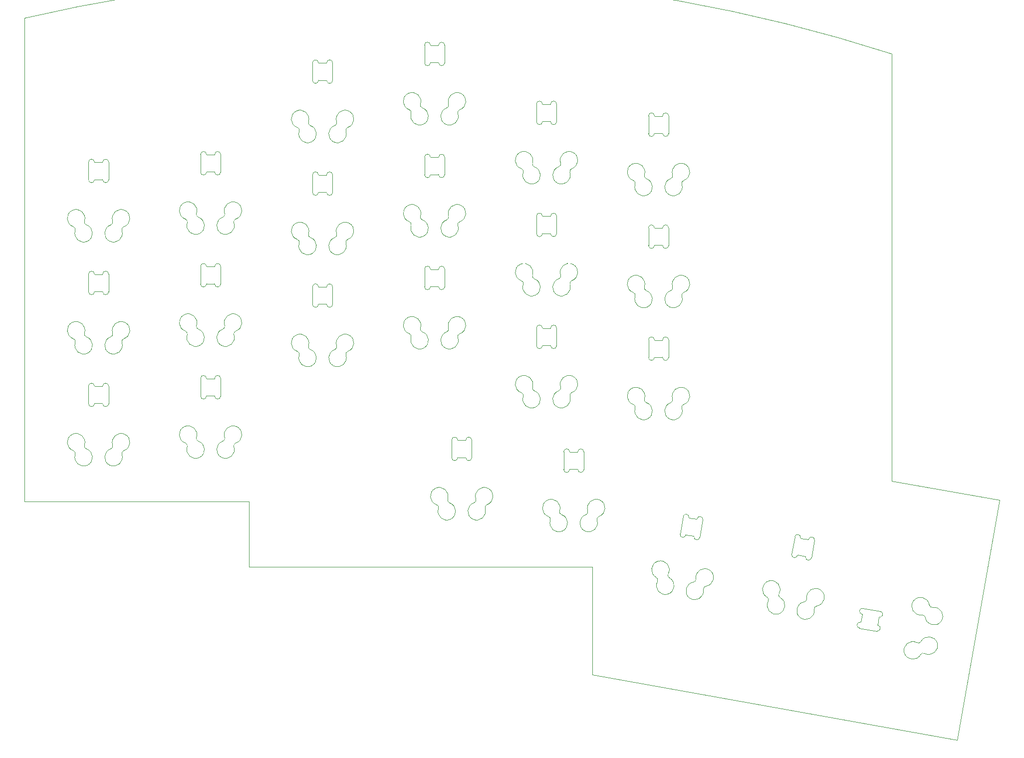
<source format=gbr>
%TF.GenerationSoftware,KiCad,Pcbnew,5.1.9*%
%TF.CreationDate,2021-05-15T18:24:56-05:00*%
%TF.ProjectId,nightwing,6e696768-7477-4696-9e67-2e6b69636164,rev?*%
%TF.SameCoordinates,Original*%
%TF.FileFunction,Profile,NP*%
%FSLAX46Y46*%
G04 Gerber Fmt 4.6, Leading zero omitted, Abs format (unit mm)*
G04 Created by KiCad (PCBNEW 5.1.9) date 2021-05-15 18:24:56*
%MOMM*%
%LPD*%
G01*
G04 APERTURE LIST*
%TA.AperFunction,Profile*%
%ADD10C,0.050000*%
%TD*%
%TA.AperFunction,Profile*%
%ADD11C,0.100000*%
%TD*%
G04 APERTURE END LIST*
D10*
X158790122Y-17985593D02*
X158790000Y-90450000D01*
X49750000Y-105000000D02*
X49750000Y-93950000D01*
X108000000Y-105000000D02*
X108000000Y-123270000D01*
X11660000Y-93950000D02*
X11660000Y-11930000D01*
D11*
X108000000Y-105000000D02*
X49750000Y-105000000D01*
D10*
X49750000Y-93950000D02*
X11660000Y-93950000D01*
X158790000Y-90450000D02*
X177070000Y-93680000D01*
X177070000Y-93680000D02*
X169900000Y-134360000D01*
X158790122Y-17985593D02*
G75*
G03*
X11660000Y-11930000I-84480762J-262186278D01*
G01*
X169900000Y-134360000D02*
X108000000Y-123270000D01*
D11*
%TO.C,SW1*%
X19947419Y-47306134D02*
G75*
G02*
X21836000Y-46361000I467581J1425134D01*
G01*
X20263920Y-47941241D02*
G75*
G03*
X19947419Y-47306135I-473920J160241D01*
G01*
X22154142Y-46996378D02*
G75*
G02*
X21836000Y-46361000I155858J475378D01*
G01*
X22154141Y-46996379D02*
G75*
G02*
X20263920Y-47941241I-469141J-1424621D01*
G01*
X28502581Y-47306134D02*
G75*
G03*
X26614000Y-46361000I-467581J1425134D01*
G01*
X26295858Y-46996378D02*
G75*
G03*
X26614000Y-46361000I-155858J475378D01*
G01*
X28186080Y-47941241D02*
G75*
G02*
X28502581Y-47306135I473920J160241D01*
G01*
X26295859Y-46996379D02*
G75*
G03*
X28186080Y-47941241I469141J-1424621D01*
G01*
%TO.C,SW2*%
X38947419Y-46006134D02*
G75*
G02*
X40836000Y-45061000I467581J1425134D01*
G01*
X39263920Y-46641241D02*
G75*
G03*
X38947419Y-46006135I-473920J160241D01*
G01*
X41154142Y-45696378D02*
G75*
G02*
X40836000Y-45061000I155858J475378D01*
G01*
X41154141Y-45696379D02*
G75*
G02*
X39263920Y-46641241I-469141J-1424621D01*
G01*
X47502581Y-46006134D02*
G75*
G03*
X45614000Y-45061000I-467581J1425134D01*
G01*
X45295858Y-45696378D02*
G75*
G03*
X45614000Y-45061000I-155858J475378D01*
G01*
X47186080Y-46641241D02*
G75*
G02*
X47502581Y-46006135I473920J160241D01*
G01*
X45295859Y-45696379D02*
G75*
G03*
X47186080Y-46641241I469141J-1424621D01*
G01*
%TO.C,SW3*%
X57947419Y-30456134D02*
G75*
G02*
X59836000Y-29511000I467581J1425134D01*
G01*
X58263920Y-31091241D02*
G75*
G03*
X57947419Y-30456135I-473920J160241D01*
G01*
X60154142Y-30146378D02*
G75*
G02*
X59836000Y-29511000I155858J475378D01*
G01*
X60154141Y-30146379D02*
G75*
G02*
X58263920Y-31091241I-469141J-1424621D01*
G01*
X66502581Y-30456134D02*
G75*
G03*
X64614000Y-29511000I-467581J1425134D01*
G01*
X64295858Y-30146378D02*
G75*
G03*
X64614000Y-29511000I-155858J475378D01*
G01*
X66186080Y-31091241D02*
G75*
G02*
X66502581Y-30456135I473920J160241D01*
G01*
X64295859Y-30146379D02*
G75*
G03*
X66186080Y-31091241I469141J-1424621D01*
G01*
%TO.C,SW4*%
X76947419Y-27456134D02*
G75*
G02*
X78836000Y-26511000I467581J1425134D01*
G01*
X77263920Y-28091241D02*
G75*
G03*
X76947419Y-27456135I-473920J160241D01*
G01*
X79154142Y-27146378D02*
G75*
G02*
X78836000Y-26511000I155858J475378D01*
G01*
X79154141Y-27146379D02*
G75*
G02*
X77263920Y-28091241I-469141J-1424621D01*
G01*
X85502581Y-27456134D02*
G75*
G03*
X83614000Y-26511000I-467581J1425134D01*
G01*
X83295858Y-27146378D02*
G75*
G03*
X83614000Y-26511000I-155858J475378D01*
G01*
X85186080Y-28091241D02*
G75*
G02*
X85502581Y-27456135I473920J160241D01*
G01*
X83295859Y-27146379D02*
G75*
G03*
X85186080Y-28091241I469141J-1424621D01*
G01*
%TO.C,SW5*%
X95947419Y-37456134D02*
G75*
G02*
X97836000Y-36511000I467581J1425134D01*
G01*
X96263920Y-38091241D02*
G75*
G03*
X95947419Y-37456135I-473920J160241D01*
G01*
X98154142Y-37146378D02*
G75*
G02*
X97836000Y-36511000I155858J475378D01*
G01*
X98154141Y-37146379D02*
G75*
G02*
X96263920Y-38091241I-469141J-1424621D01*
G01*
X104502581Y-37456134D02*
G75*
G03*
X102614000Y-36511000I-467581J1425134D01*
G01*
X102295858Y-37146378D02*
G75*
G03*
X102614000Y-36511000I-155858J475378D01*
G01*
X104186080Y-38091241D02*
G75*
G02*
X104502581Y-37456135I473920J160241D01*
G01*
X102295859Y-37146379D02*
G75*
G03*
X104186080Y-38091241I469141J-1424621D01*
G01*
%TO.C,SW6*%
X114947419Y-39456134D02*
G75*
G02*
X116836000Y-38511000I467581J1425134D01*
G01*
X115263920Y-40091241D02*
G75*
G03*
X114947419Y-39456135I-473920J160241D01*
G01*
X117154142Y-39146378D02*
G75*
G02*
X116836000Y-38511000I155858J475378D01*
G01*
X117154141Y-39146379D02*
G75*
G02*
X115263920Y-40091241I-469141J-1424621D01*
G01*
X123502581Y-39456134D02*
G75*
G03*
X121614000Y-38511000I-467581J1425134D01*
G01*
X121295858Y-39146378D02*
G75*
G03*
X121614000Y-38511000I-155858J475378D01*
G01*
X123186080Y-40091241D02*
G75*
G02*
X123502581Y-39456135I473920J160241D01*
G01*
X121295859Y-39146379D02*
G75*
G03*
X123186080Y-40091241I469141J-1424621D01*
G01*
%TO.C,SW7*%
X19947419Y-66306134D02*
G75*
G02*
X21836000Y-65361000I467581J1425134D01*
G01*
X20263920Y-66941241D02*
G75*
G03*
X19947419Y-66306135I-473920J160241D01*
G01*
X22154142Y-65996378D02*
G75*
G02*
X21836000Y-65361000I155858J475378D01*
G01*
X22154141Y-65996379D02*
G75*
G02*
X20263920Y-66941241I-469141J-1424621D01*
G01*
X28502581Y-66306134D02*
G75*
G03*
X26614000Y-65361000I-467581J1425134D01*
G01*
X26295858Y-65996378D02*
G75*
G03*
X26614000Y-65361000I-155858J475378D01*
G01*
X28186080Y-66941241D02*
G75*
G02*
X28502581Y-66306135I473920J160241D01*
G01*
X26295859Y-65996379D02*
G75*
G03*
X28186080Y-66941241I469141J-1424621D01*
G01*
%TO.C,SW8*%
X38947419Y-65006134D02*
G75*
G02*
X40836000Y-64061000I467581J1425134D01*
G01*
X39263920Y-65641241D02*
G75*
G03*
X38947419Y-65006135I-473920J160241D01*
G01*
X41154142Y-64696378D02*
G75*
G02*
X40836000Y-64061000I155858J475378D01*
G01*
X41154141Y-64696379D02*
G75*
G02*
X39263920Y-65641241I-469141J-1424621D01*
G01*
X47502581Y-65006134D02*
G75*
G03*
X45614000Y-64061000I-467581J1425134D01*
G01*
X45295858Y-64696378D02*
G75*
G03*
X45614000Y-64061000I-155858J475378D01*
G01*
X47186080Y-65641241D02*
G75*
G02*
X47502581Y-65006135I473920J160241D01*
G01*
X45295859Y-64696379D02*
G75*
G03*
X47186080Y-65641241I469141J-1424621D01*
G01*
%TO.C,SW9*%
X57947419Y-49456134D02*
G75*
G02*
X59836000Y-48511000I467581J1425134D01*
G01*
X58263920Y-50091241D02*
G75*
G03*
X57947419Y-49456135I-473920J160241D01*
G01*
X60154142Y-49146378D02*
G75*
G02*
X59836000Y-48511000I155858J475378D01*
G01*
X60154141Y-49146379D02*
G75*
G02*
X58263920Y-50091241I-469141J-1424621D01*
G01*
X66502581Y-49456134D02*
G75*
G03*
X64614000Y-48511000I-467581J1425134D01*
G01*
X64295858Y-49146378D02*
G75*
G03*
X64614000Y-48511000I-155858J475378D01*
G01*
X66186080Y-50091241D02*
G75*
G02*
X66502581Y-49456135I473920J160241D01*
G01*
X64295859Y-49146379D02*
G75*
G03*
X66186080Y-50091241I469141J-1424621D01*
G01*
%TO.C,SW10*%
X76947419Y-46456134D02*
G75*
G02*
X78836000Y-45511000I467581J1425134D01*
G01*
X77263920Y-47091241D02*
G75*
G03*
X76947419Y-46456135I-473920J160241D01*
G01*
X79154142Y-46146378D02*
G75*
G02*
X78836000Y-45511000I155858J475378D01*
G01*
X79154141Y-46146379D02*
G75*
G02*
X77263920Y-47091241I-469141J-1424621D01*
G01*
X85502581Y-46456134D02*
G75*
G03*
X83614000Y-45511000I-467581J1425134D01*
G01*
X83295858Y-46146378D02*
G75*
G03*
X83614000Y-45511000I-155858J475378D01*
G01*
X85186080Y-47091241D02*
G75*
G02*
X85502581Y-46456135I473920J160241D01*
G01*
X83295859Y-46146379D02*
G75*
G03*
X85186080Y-47091241I469141J-1424621D01*
G01*
%TO.C,SW11*%
X95947419Y-56456134D02*
G75*
G02*
X97836000Y-55511000I467581J1425134D01*
G01*
X96263920Y-57091241D02*
G75*
G03*
X95947419Y-56456135I-473920J160241D01*
G01*
X98154142Y-56146378D02*
G75*
G02*
X97836000Y-55511000I155858J475378D01*
G01*
X98154141Y-56146379D02*
G75*
G02*
X96263920Y-57091241I-469141J-1424621D01*
G01*
X104502581Y-56456134D02*
G75*
G03*
X102614000Y-55511000I-467581J1425134D01*
G01*
X102295858Y-56146378D02*
G75*
G03*
X102614000Y-55511000I-155858J475378D01*
G01*
X104186080Y-57091241D02*
G75*
G02*
X104502581Y-56456135I473920J160241D01*
G01*
X102295859Y-56146379D02*
G75*
G03*
X104186080Y-57091241I469141J-1424621D01*
G01*
%TO.C,SW12*%
X114947419Y-58456134D02*
G75*
G02*
X116836000Y-57511000I467581J1425134D01*
G01*
X115263920Y-59091241D02*
G75*
G03*
X114947419Y-58456135I-473920J160241D01*
G01*
X117154142Y-58146378D02*
G75*
G02*
X116836000Y-57511000I155858J475378D01*
G01*
X117154141Y-58146379D02*
G75*
G02*
X115263920Y-59091241I-469141J-1424621D01*
G01*
X123502581Y-58456134D02*
G75*
G03*
X121614000Y-57511000I-467581J1425134D01*
G01*
X121295858Y-58146378D02*
G75*
G03*
X121614000Y-57511000I-155858J475378D01*
G01*
X123186080Y-59091241D02*
G75*
G02*
X123502581Y-58456135I473920J160241D01*
G01*
X121295859Y-58146379D02*
G75*
G03*
X123186080Y-59091241I469141J-1424621D01*
G01*
%TO.C,SW13*%
X19947419Y-85306134D02*
G75*
G02*
X21836000Y-84361000I467581J1425134D01*
G01*
X20263920Y-85941241D02*
G75*
G03*
X19947419Y-85306135I-473920J160241D01*
G01*
X22154142Y-84996378D02*
G75*
G02*
X21836000Y-84361000I155858J475378D01*
G01*
X22154141Y-84996379D02*
G75*
G02*
X20263920Y-85941241I-469141J-1424621D01*
G01*
X28502581Y-85306134D02*
G75*
G03*
X26614000Y-84361000I-467581J1425134D01*
G01*
X26295858Y-84996378D02*
G75*
G03*
X26614000Y-84361000I-155858J475378D01*
G01*
X28186080Y-85941241D02*
G75*
G02*
X28502581Y-85306135I473920J160241D01*
G01*
X26295859Y-84996379D02*
G75*
G03*
X28186080Y-85941241I469141J-1424621D01*
G01*
%TO.C,SW14*%
X38947419Y-84006134D02*
G75*
G02*
X40836000Y-83061000I467581J1425134D01*
G01*
X39263920Y-84641241D02*
G75*
G03*
X38947419Y-84006135I-473920J160241D01*
G01*
X41154142Y-83696378D02*
G75*
G02*
X40836000Y-83061000I155858J475378D01*
G01*
X41154141Y-83696379D02*
G75*
G02*
X39263920Y-84641241I-469141J-1424621D01*
G01*
X47502581Y-84006134D02*
G75*
G03*
X45614000Y-83061000I-467581J1425134D01*
G01*
X45295858Y-83696378D02*
G75*
G03*
X45614000Y-83061000I-155858J475378D01*
G01*
X47186080Y-84641241D02*
G75*
G02*
X47502581Y-84006135I473920J160241D01*
G01*
X45295859Y-83696379D02*
G75*
G03*
X47186080Y-84641241I469141J-1424621D01*
G01*
%TO.C,SW15*%
X57947419Y-68456134D02*
G75*
G02*
X59836000Y-67511000I467581J1425134D01*
G01*
X58263920Y-69091241D02*
G75*
G03*
X57947419Y-68456135I-473920J160241D01*
G01*
X60154142Y-68146378D02*
G75*
G02*
X59836000Y-67511000I155858J475378D01*
G01*
X60154141Y-68146379D02*
G75*
G02*
X58263920Y-69091241I-469141J-1424621D01*
G01*
X66502581Y-68456134D02*
G75*
G03*
X64614000Y-67511000I-467581J1425134D01*
G01*
X64295858Y-68146378D02*
G75*
G03*
X64614000Y-67511000I-155858J475378D01*
G01*
X66186080Y-69091241D02*
G75*
G02*
X66502581Y-68456135I473920J160241D01*
G01*
X64295859Y-68146379D02*
G75*
G03*
X66186080Y-69091241I469141J-1424621D01*
G01*
%TO.C,SW16*%
X76947419Y-65456134D02*
G75*
G02*
X78836000Y-64511000I467581J1425134D01*
G01*
X77263920Y-66091241D02*
G75*
G03*
X76947419Y-65456135I-473920J160241D01*
G01*
X79154142Y-65146378D02*
G75*
G02*
X78836000Y-64511000I155858J475378D01*
G01*
X79154141Y-65146379D02*
G75*
G02*
X77263920Y-66091241I-469141J-1424621D01*
G01*
X85502581Y-65456134D02*
G75*
G03*
X83614000Y-64511000I-467581J1425134D01*
G01*
X83295858Y-65146378D02*
G75*
G03*
X83614000Y-64511000I-155858J475378D01*
G01*
X85186080Y-66091241D02*
G75*
G02*
X85502581Y-65456135I473920J160241D01*
G01*
X83295859Y-65146379D02*
G75*
G03*
X85186080Y-66091241I469141J-1424621D01*
G01*
%TO.C,SW17*%
X95947419Y-75456134D02*
G75*
G02*
X97836000Y-74511000I467581J1425134D01*
G01*
X96263920Y-76091241D02*
G75*
G03*
X95947419Y-75456135I-473920J160241D01*
G01*
X98154142Y-75146378D02*
G75*
G02*
X97836000Y-74511000I155858J475378D01*
G01*
X98154141Y-75146379D02*
G75*
G02*
X96263920Y-76091241I-469141J-1424621D01*
G01*
X104502581Y-75456134D02*
G75*
G03*
X102614000Y-74511000I-467581J1425134D01*
G01*
X102295858Y-75146378D02*
G75*
G03*
X102614000Y-74511000I-155858J475378D01*
G01*
X104186080Y-76091241D02*
G75*
G02*
X104502581Y-75456135I473920J160241D01*
G01*
X102295859Y-75146379D02*
G75*
G03*
X104186080Y-76091241I469141J-1424621D01*
G01*
%TO.C,SW18*%
X114947419Y-77456134D02*
G75*
G02*
X116836000Y-76511000I467581J1425134D01*
G01*
X115263920Y-78091241D02*
G75*
G03*
X114947419Y-77456135I-473920J160241D01*
G01*
X117154142Y-77146378D02*
G75*
G02*
X116836000Y-76511000I155858J475378D01*
G01*
X117154141Y-77146379D02*
G75*
G02*
X115263920Y-78091241I-469141J-1424621D01*
G01*
X123502581Y-77456134D02*
G75*
G03*
X121614000Y-76511000I-467581J1425134D01*
G01*
X121295858Y-77146378D02*
G75*
G03*
X121614000Y-76511000I-155858J475378D01*
G01*
X123186080Y-78091241D02*
G75*
G02*
X123502581Y-77456135I473920J160241D01*
G01*
X121295859Y-77146379D02*
G75*
G03*
X123186080Y-78091241I469141J-1424621D01*
G01*
%TO.C,SW20*%
X81559919Y-94465134D02*
G75*
G02*
X83448500Y-93520000I467581J1425134D01*
G01*
X81876420Y-95100241D02*
G75*
G03*
X81559919Y-94465135I-473920J160241D01*
G01*
X83766642Y-94155378D02*
G75*
G02*
X83448500Y-93520000I155858J475378D01*
G01*
X83766641Y-94155379D02*
G75*
G02*
X81876420Y-95100241I-469141J-1424621D01*
G01*
X90115081Y-94465134D02*
G75*
G03*
X88226500Y-93520000I-467581J1425134D01*
G01*
X87908358Y-94155378D02*
G75*
G03*
X88226500Y-93520000I-155858J475378D01*
G01*
X89798580Y-95100241D02*
G75*
G02*
X90115081Y-94465135I473920J160241D01*
G01*
X87908359Y-94155379D02*
G75*
G03*
X89798580Y-95100241I469141J-1424621D01*
G01*
%TO.C,SW21*%
X100559919Y-96465134D02*
G75*
G02*
X102448500Y-95520000I467581J1425134D01*
G01*
X100876420Y-97100241D02*
G75*
G03*
X100559919Y-96465135I-473920J160241D01*
G01*
X102766642Y-96155378D02*
G75*
G02*
X102448500Y-95520000I155858J475378D01*
G01*
X102766641Y-96155379D02*
G75*
G02*
X100876420Y-97100241I-469141J-1424621D01*
G01*
X109115081Y-96465134D02*
G75*
G03*
X107226500Y-95520000I-467581J1425134D01*
G01*
X106908358Y-96155378D02*
G75*
G03*
X107226500Y-95520000I-155858J475378D01*
G01*
X108798580Y-97100241D02*
G75*
G02*
X109115081Y-96465135I473920J160241D01*
G01*
X106908359Y-96155379D02*
G75*
G03*
X108798580Y-97100241I469141J-1424621D01*
G01*
%TO.C,SW22*%
X163682102Y-119901134D02*
G75*
G02*
X163079274Y-117877123I-1322290J707950D01*
G01*
X164362519Y-119699726D02*
G75*
G03*
X163682102Y-119901133I-240102J-438894D01*
G01*
X163760244Y-117674146D02*
G75*
G02*
X163079274Y-117877123I-441092J236038D01*
G01*
X163760245Y-117674148D02*
G75*
G02*
X164362519Y-119699726I1321512J-709396D01*
G01*
X165167689Y-111475943D02*
G75*
G03*
X163908965Y-113171712I-1484678J-213006D01*
G01*
X164479445Y-113595352D02*
G75*
G03*
X163908965Y-113171712I-495220J-70942D01*
G01*
X165738187Y-111897921D02*
G75*
G02*
X165167690Y-111475944I-75511J494545D01*
G01*
X164479447Y-113595352D02*
G75*
G03*
X165738187Y-111897921I1484443J214631D01*
G01*
%TO.C,SW23*%
X118848866Y-106812102D02*
G75*
G02*
X120872877Y-106209274I707950J1322290D01*
G01*
X119050274Y-107492519D02*
G75*
G03*
X118848867Y-106812102I-438894J240102D01*
G01*
X121075854Y-106890244D02*
G75*
G02*
X120872877Y-106209274I236038J441092D01*
G01*
X121075852Y-106890245D02*
G75*
G02*
X119050274Y-107492519I-709396J-1321512D01*
G01*
X127274057Y-108297689D02*
G75*
G03*
X125578288Y-107038965I-213006J1484678D01*
G01*
X125154648Y-107609445D02*
G75*
G03*
X125578288Y-107038965I-70942J495220D01*
G01*
X126852079Y-108868187D02*
G75*
G02*
X127274056Y-108297690I494545J75511D01*
G01*
X125154648Y-107609447D02*
G75*
G03*
X126852079Y-108868187I214631J-1484443D01*
G01*
%TO.C,SW24*%
X137648866Y-110162102D02*
G75*
G02*
X139672877Y-109559274I707950J1322290D01*
G01*
X137850274Y-110842519D02*
G75*
G03*
X137648867Y-110162102I-438894J240102D01*
G01*
X139875854Y-110240244D02*
G75*
G02*
X139672877Y-109559274I236038J441092D01*
G01*
X139875852Y-110240245D02*
G75*
G02*
X137850274Y-110842519I-709396J-1321512D01*
G01*
X146074057Y-111647689D02*
G75*
G03*
X144378288Y-110388965I-213006J1484678D01*
G01*
X143954648Y-110959445D02*
G75*
G03*
X144378288Y-110388965I-70942J495220D01*
G01*
X145652079Y-112218187D02*
G75*
G02*
X146074056Y-111647690I494545J75511D01*
G01*
X143954648Y-110959447D02*
G75*
G03*
X145652079Y-112218187I214631J-1484443D01*
G01*
%TO.C,L1*%
X23575000Y-36391000D02*
X24875000Y-36391000D01*
X23575000Y-39291000D02*
X24875000Y-39291000D01*
X22525000Y-36341000D02*
X22525000Y-39341000D01*
X25925000Y-39341000D02*
X25925000Y-36341000D01*
X24925000Y-36341000D02*
G75*
G02*
X24875000Y-36391000I-50000J0D01*
G01*
X23575000Y-36391000D02*
G75*
G02*
X23525000Y-36341000I0J50000D01*
G01*
X24875000Y-39291000D02*
G75*
G02*
X24925000Y-39341000I0J-50000D01*
G01*
X23525000Y-39341000D02*
G75*
G02*
X23575000Y-39291000I50000J0D01*
G01*
X22525000Y-36341000D02*
G75*
G02*
X23525000Y-36341000I500000J0D01*
G01*
X24925000Y-36341000D02*
G75*
G02*
X25925000Y-36341000I500000J0D01*
G01*
X25925000Y-39341000D02*
G75*
G02*
X24925000Y-39341000I-500000J0D01*
G01*
X23525000Y-39341000D02*
G75*
G02*
X22525000Y-39341000I-500000J0D01*
G01*
%TO.C,L2*%
X42575000Y-35091000D02*
X43875000Y-35091000D01*
X42575000Y-37991000D02*
X43875000Y-37991000D01*
X41525000Y-35041000D02*
X41525000Y-38041000D01*
X44925000Y-38041000D02*
X44925000Y-35041000D01*
X43925000Y-35041000D02*
G75*
G02*
X43875000Y-35091000I-50000J0D01*
G01*
X42575000Y-35091000D02*
G75*
G02*
X42525000Y-35041000I0J50000D01*
G01*
X43875000Y-37991000D02*
G75*
G02*
X43925000Y-38041000I0J-50000D01*
G01*
X42525000Y-38041000D02*
G75*
G02*
X42575000Y-37991000I50000J0D01*
G01*
X41525000Y-35041000D02*
G75*
G02*
X42525000Y-35041000I500000J0D01*
G01*
X43925000Y-35041000D02*
G75*
G02*
X44925000Y-35041000I500000J0D01*
G01*
X44925000Y-38041000D02*
G75*
G02*
X43925000Y-38041000I-500000J0D01*
G01*
X42525000Y-38041000D02*
G75*
G02*
X41525000Y-38041000I-500000J0D01*
G01*
%TO.C,L3*%
X61575000Y-19541000D02*
X62875000Y-19541000D01*
X61575000Y-22441000D02*
X62875000Y-22441000D01*
X60525000Y-19491000D02*
X60525000Y-22491000D01*
X63925000Y-22491000D02*
X63925000Y-19491000D01*
X62925000Y-19491000D02*
G75*
G02*
X62875000Y-19541000I-50000J0D01*
G01*
X61575000Y-19541000D02*
G75*
G02*
X61525000Y-19491000I0J50000D01*
G01*
X62875000Y-22441000D02*
G75*
G02*
X62925000Y-22491000I0J-50000D01*
G01*
X61525000Y-22491000D02*
G75*
G02*
X61575000Y-22441000I50000J0D01*
G01*
X60525000Y-19491000D02*
G75*
G02*
X61525000Y-19491000I500000J0D01*
G01*
X62925000Y-19491000D02*
G75*
G02*
X63925000Y-19491000I500000J0D01*
G01*
X63925000Y-22491000D02*
G75*
G02*
X62925000Y-22491000I-500000J0D01*
G01*
X61525000Y-22491000D02*
G75*
G02*
X60525000Y-22491000I-500000J0D01*
G01*
%TO.C,L4*%
X80575000Y-16541000D02*
X81875000Y-16541000D01*
X80575000Y-19441000D02*
X81875000Y-19441000D01*
X79525000Y-16491000D02*
X79525000Y-19491000D01*
X82925000Y-19491000D02*
X82925000Y-16491000D01*
X81925000Y-16491000D02*
G75*
G02*
X81875000Y-16541000I-50000J0D01*
G01*
X80575000Y-16541000D02*
G75*
G02*
X80525000Y-16491000I0J50000D01*
G01*
X81875000Y-19441000D02*
G75*
G02*
X81925000Y-19491000I0J-50000D01*
G01*
X80525000Y-19491000D02*
G75*
G02*
X80575000Y-19441000I50000J0D01*
G01*
X79525000Y-16491000D02*
G75*
G02*
X80525000Y-16491000I500000J0D01*
G01*
X81925000Y-16491000D02*
G75*
G02*
X82925000Y-16491000I500000J0D01*
G01*
X82925000Y-19491000D02*
G75*
G02*
X81925000Y-19491000I-500000J0D01*
G01*
X80525000Y-19491000D02*
G75*
G02*
X79525000Y-19491000I-500000J0D01*
G01*
%TO.C,L5*%
X99575000Y-26541000D02*
X100875000Y-26541000D01*
X99575000Y-29441000D02*
X100875000Y-29441000D01*
X98525000Y-26491000D02*
X98525000Y-29491000D01*
X101925000Y-29491000D02*
X101925000Y-26491000D01*
X100925000Y-26491000D02*
G75*
G02*
X100875000Y-26541000I-50000J0D01*
G01*
X99575000Y-26541000D02*
G75*
G02*
X99525000Y-26491000I0J50000D01*
G01*
X100875000Y-29441000D02*
G75*
G02*
X100925000Y-29491000I0J-50000D01*
G01*
X99525000Y-29491000D02*
G75*
G02*
X99575000Y-29441000I50000J0D01*
G01*
X98525000Y-26491000D02*
G75*
G02*
X99525000Y-26491000I500000J0D01*
G01*
X100925000Y-26491000D02*
G75*
G02*
X101925000Y-26491000I500000J0D01*
G01*
X101925000Y-29491000D02*
G75*
G02*
X100925000Y-29491000I-500000J0D01*
G01*
X99525000Y-29491000D02*
G75*
G02*
X98525000Y-29491000I-500000J0D01*
G01*
%TO.C,L6*%
X118575000Y-28541000D02*
X119875000Y-28541000D01*
X118575000Y-31441000D02*
X119875000Y-31441000D01*
X117525000Y-28491000D02*
X117525000Y-31491000D01*
X120925000Y-31491000D02*
X120925000Y-28491000D01*
X119925000Y-28491000D02*
G75*
G02*
X119875000Y-28541000I-50000J0D01*
G01*
X118575000Y-28541000D02*
G75*
G02*
X118525000Y-28491000I0J50000D01*
G01*
X119875000Y-31441000D02*
G75*
G02*
X119925000Y-31491000I0J-50000D01*
G01*
X118525000Y-31491000D02*
G75*
G02*
X118575000Y-31441000I50000J0D01*
G01*
X117525000Y-28491000D02*
G75*
G02*
X118525000Y-28491000I500000J0D01*
G01*
X119925000Y-28491000D02*
G75*
G02*
X120925000Y-28491000I500000J0D01*
G01*
X120925000Y-31491000D02*
G75*
G02*
X119925000Y-31491000I-500000J0D01*
G01*
X118525000Y-31491000D02*
G75*
G02*
X117525000Y-31491000I-500000J0D01*
G01*
%TO.C,L7*%
X24875000Y-58291000D02*
X23575000Y-58291000D01*
X24875000Y-55391000D02*
X23575000Y-55391000D01*
X25925000Y-58341000D02*
X25925000Y-55341000D01*
X22525000Y-55341000D02*
X22525000Y-58341000D01*
X23525000Y-58341000D02*
G75*
G02*
X23575000Y-58291000I50000J0D01*
G01*
X24875000Y-58291000D02*
G75*
G02*
X24925000Y-58341000I0J-50000D01*
G01*
X23575000Y-55391000D02*
G75*
G02*
X23525000Y-55341000I0J50000D01*
G01*
X24925000Y-55341000D02*
G75*
G02*
X24875000Y-55391000I-50000J0D01*
G01*
X25925000Y-58341000D02*
G75*
G02*
X24925000Y-58341000I-500000J0D01*
G01*
X23525000Y-58341000D02*
G75*
G02*
X22525000Y-58341000I-500000J0D01*
G01*
X22525000Y-55341000D02*
G75*
G02*
X23525000Y-55341000I500000J0D01*
G01*
X24925000Y-55341000D02*
G75*
G02*
X25925000Y-55341000I500000J0D01*
G01*
%TO.C,L8*%
X43875000Y-56991000D02*
X42575000Y-56991000D01*
X43875000Y-54091000D02*
X42575000Y-54091000D01*
X44925000Y-57041000D02*
X44925000Y-54041000D01*
X41525000Y-54041000D02*
X41525000Y-57041000D01*
X42525000Y-57041000D02*
G75*
G02*
X42575000Y-56991000I50000J0D01*
G01*
X43875000Y-56991000D02*
G75*
G02*
X43925000Y-57041000I0J-50000D01*
G01*
X42575000Y-54091000D02*
G75*
G02*
X42525000Y-54041000I0J50000D01*
G01*
X43925000Y-54041000D02*
G75*
G02*
X43875000Y-54091000I-50000J0D01*
G01*
X44925000Y-57041000D02*
G75*
G02*
X43925000Y-57041000I-500000J0D01*
G01*
X42525000Y-57041000D02*
G75*
G02*
X41525000Y-57041000I-500000J0D01*
G01*
X41525000Y-54041000D02*
G75*
G02*
X42525000Y-54041000I500000J0D01*
G01*
X43925000Y-54041000D02*
G75*
G02*
X44925000Y-54041000I500000J0D01*
G01*
%TO.C,L9*%
X62875000Y-41441000D02*
X61575000Y-41441000D01*
X62875000Y-38541000D02*
X61575000Y-38541000D01*
X63925000Y-41491000D02*
X63925000Y-38491000D01*
X60525000Y-38491000D02*
X60525000Y-41491000D01*
X61525000Y-41491000D02*
G75*
G02*
X61575000Y-41441000I50000J0D01*
G01*
X62875000Y-41441000D02*
G75*
G02*
X62925000Y-41491000I0J-50000D01*
G01*
X61575000Y-38541000D02*
G75*
G02*
X61525000Y-38491000I0J50000D01*
G01*
X62925000Y-38491000D02*
G75*
G02*
X62875000Y-38541000I-50000J0D01*
G01*
X63925000Y-41491000D02*
G75*
G02*
X62925000Y-41491000I-500000J0D01*
G01*
X61525000Y-41491000D02*
G75*
G02*
X60525000Y-41491000I-500000J0D01*
G01*
X60525000Y-38491000D02*
G75*
G02*
X61525000Y-38491000I500000J0D01*
G01*
X62925000Y-38491000D02*
G75*
G02*
X63925000Y-38491000I500000J0D01*
G01*
%TO.C,L10*%
X81875000Y-38441000D02*
X80575000Y-38441000D01*
X81875000Y-35541000D02*
X80575000Y-35541000D01*
X82925000Y-38491000D02*
X82925000Y-35491000D01*
X79525000Y-35491000D02*
X79525000Y-38491000D01*
X80525000Y-38491000D02*
G75*
G02*
X80575000Y-38441000I50000J0D01*
G01*
X81875000Y-38441000D02*
G75*
G02*
X81925000Y-38491000I0J-50000D01*
G01*
X80575000Y-35541000D02*
G75*
G02*
X80525000Y-35491000I0J50000D01*
G01*
X81925000Y-35491000D02*
G75*
G02*
X81875000Y-35541000I-50000J0D01*
G01*
X82925000Y-38491000D02*
G75*
G02*
X81925000Y-38491000I-500000J0D01*
G01*
X80525000Y-38491000D02*
G75*
G02*
X79525000Y-38491000I-500000J0D01*
G01*
X79525000Y-35491000D02*
G75*
G02*
X80525000Y-35491000I500000J0D01*
G01*
X81925000Y-35491000D02*
G75*
G02*
X82925000Y-35491000I500000J0D01*
G01*
%TO.C,L11*%
X100875000Y-48441000D02*
X99575000Y-48441000D01*
X100875000Y-45541000D02*
X99575000Y-45541000D01*
X101925000Y-48491000D02*
X101925000Y-45491000D01*
X98525000Y-45491000D02*
X98525000Y-48491000D01*
X99525000Y-48491000D02*
G75*
G02*
X99575000Y-48441000I50000J0D01*
G01*
X100875000Y-48441000D02*
G75*
G02*
X100925000Y-48491000I0J-50000D01*
G01*
X99575000Y-45541000D02*
G75*
G02*
X99525000Y-45491000I0J50000D01*
G01*
X100925000Y-45491000D02*
G75*
G02*
X100875000Y-45541000I-50000J0D01*
G01*
X101925000Y-48491000D02*
G75*
G02*
X100925000Y-48491000I-500000J0D01*
G01*
X99525000Y-48491000D02*
G75*
G02*
X98525000Y-48491000I-500000J0D01*
G01*
X98525000Y-45491000D02*
G75*
G02*
X99525000Y-45491000I500000J0D01*
G01*
X100925000Y-45491000D02*
G75*
G02*
X101925000Y-45491000I500000J0D01*
G01*
%TO.C,L12*%
X119875000Y-50441000D02*
X118575000Y-50441000D01*
X119875000Y-47541000D02*
X118575000Y-47541000D01*
X120925000Y-50491000D02*
X120925000Y-47491000D01*
X117525000Y-47491000D02*
X117525000Y-50491000D01*
X118525000Y-50491000D02*
G75*
G02*
X118575000Y-50441000I50000J0D01*
G01*
X119875000Y-50441000D02*
G75*
G02*
X119925000Y-50491000I0J-50000D01*
G01*
X118575000Y-47541000D02*
G75*
G02*
X118525000Y-47491000I0J50000D01*
G01*
X119925000Y-47491000D02*
G75*
G02*
X119875000Y-47541000I-50000J0D01*
G01*
X120925000Y-50491000D02*
G75*
G02*
X119925000Y-50491000I-500000J0D01*
G01*
X118525000Y-50491000D02*
G75*
G02*
X117525000Y-50491000I-500000J0D01*
G01*
X117525000Y-47491000D02*
G75*
G02*
X118525000Y-47491000I500000J0D01*
G01*
X119925000Y-47491000D02*
G75*
G02*
X120925000Y-47491000I500000J0D01*
G01*
%TO.C,L13*%
X23575000Y-74391000D02*
X24875000Y-74391000D01*
X23575000Y-77291000D02*
X24875000Y-77291000D01*
X22525000Y-74341000D02*
X22525000Y-77341000D01*
X25925000Y-77341000D02*
X25925000Y-74341000D01*
X24925000Y-74341000D02*
G75*
G02*
X24875000Y-74391000I-50000J0D01*
G01*
X23575000Y-74391000D02*
G75*
G02*
X23525000Y-74341000I0J50000D01*
G01*
X24875000Y-77291000D02*
G75*
G02*
X24925000Y-77341000I0J-50000D01*
G01*
X23525000Y-77341000D02*
G75*
G02*
X23575000Y-77291000I50000J0D01*
G01*
X22525000Y-74341000D02*
G75*
G02*
X23525000Y-74341000I500000J0D01*
G01*
X24925000Y-74341000D02*
G75*
G02*
X25925000Y-74341000I500000J0D01*
G01*
X25925000Y-77341000D02*
G75*
G02*
X24925000Y-77341000I-500000J0D01*
G01*
X23525000Y-77341000D02*
G75*
G02*
X22525000Y-77341000I-500000J0D01*
G01*
%TO.C,L14*%
X42575000Y-73091000D02*
X43875000Y-73091000D01*
X42575000Y-75991000D02*
X43875000Y-75991000D01*
X41525000Y-73041000D02*
X41525000Y-76041000D01*
X44925000Y-76041000D02*
X44925000Y-73041000D01*
X43925000Y-73041000D02*
G75*
G02*
X43875000Y-73091000I-50000J0D01*
G01*
X42575000Y-73091000D02*
G75*
G02*
X42525000Y-73041000I0J50000D01*
G01*
X43875000Y-75991000D02*
G75*
G02*
X43925000Y-76041000I0J-50000D01*
G01*
X42525000Y-76041000D02*
G75*
G02*
X42575000Y-75991000I50000J0D01*
G01*
X41525000Y-73041000D02*
G75*
G02*
X42525000Y-73041000I500000J0D01*
G01*
X43925000Y-73041000D02*
G75*
G02*
X44925000Y-73041000I500000J0D01*
G01*
X44925000Y-76041000D02*
G75*
G02*
X43925000Y-76041000I-500000J0D01*
G01*
X42525000Y-76041000D02*
G75*
G02*
X41525000Y-76041000I-500000J0D01*
G01*
%TO.C,L15*%
X61575000Y-57541000D02*
X62875000Y-57541000D01*
X61575000Y-60441000D02*
X62875000Y-60441000D01*
X60525000Y-57491000D02*
X60525000Y-60491000D01*
X63925000Y-60491000D02*
X63925000Y-57491000D01*
X62925000Y-57491000D02*
G75*
G02*
X62875000Y-57541000I-50000J0D01*
G01*
X61575000Y-57541000D02*
G75*
G02*
X61525000Y-57491000I0J50000D01*
G01*
X62875000Y-60441000D02*
G75*
G02*
X62925000Y-60491000I0J-50000D01*
G01*
X61525000Y-60491000D02*
G75*
G02*
X61575000Y-60441000I50000J0D01*
G01*
X60525000Y-57491000D02*
G75*
G02*
X61525000Y-57491000I500000J0D01*
G01*
X62925000Y-57491000D02*
G75*
G02*
X63925000Y-57491000I500000J0D01*
G01*
X63925000Y-60491000D02*
G75*
G02*
X62925000Y-60491000I-500000J0D01*
G01*
X61525000Y-60491000D02*
G75*
G02*
X60525000Y-60491000I-500000J0D01*
G01*
%TO.C,L16*%
X80575000Y-54541000D02*
X81875000Y-54541000D01*
X80575000Y-57441000D02*
X81875000Y-57441000D01*
X79525000Y-54491000D02*
X79525000Y-57491000D01*
X82925000Y-57491000D02*
X82925000Y-54491000D01*
X81925000Y-54491000D02*
G75*
G02*
X81875000Y-54541000I-50000J0D01*
G01*
X80575000Y-54541000D02*
G75*
G02*
X80525000Y-54491000I0J50000D01*
G01*
X81875000Y-57441000D02*
G75*
G02*
X81925000Y-57491000I0J-50000D01*
G01*
X80525000Y-57491000D02*
G75*
G02*
X80575000Y-57441000I50000J0D01*
G01*
X79525000Y-54491000D02*
G75*
G02*
X80525000Y-54491000I500000J0D01*
G01*
X81925000Y-54491000D02*
G75*
G02*
X82925000Y-54491000I500000J0D01*
G01*
X82925000Y-57491000D02*
G75*
G02*
X81925000Y-57491000I-500000J0D01*
G01*
X80525000Y-57491000D02*
G75*
G02*
X79525000Y-57491000I-500000J0D01*
G01*
%TO.C,L17*%
X99575000Y-64541000D02*
X100875000Y-64541000D01*
X99575000Y-67441000D02*
X100875000Y-67441000D01*
X98525000Y-64491000D02*
X98525000Y-67491000D01*
X101925000Y-67491000D02*
X101925000Y-64491000D01*
X100925000Y-64491000D02*
G75*
G02*
X100875000Y-64541000I-50000J0D01*
G01*
X99575000Y-64541000D02*
G75*
G02*
X99525000Y-64491000I0J50000D01*
G01*
X100875000Y-67441000D02*
G75*
G02*
X100925000Y-67491000I0J-50000D01*
G01*
X99525000Y-67491000D02*
G75*
G02*
X99575000Y-67441000I50000J0D01*
G01*
X98525000Y-64491000D02*
G75*
G02*
X99525000Y-64491000I500000J0D01*
G01*
X100925000Y-64491000D02*
G75*
G02*
X101925000Y-64491000I500000J0D01*
G01*
X101925000Y-67491000D02*
G75*
G02*
X100925000Y-67491000I-500000J0D01*
G01*
X99525000Y-67491000D02*
G75*
G02*
X98525000Y-67491000I-500000J0D01*
G01*
%TO.C,L18*%
X120925000Y-69491000D02*
X120925000Y-66491000D01*
X117525000Y-66491000D02*
X117525000Y-69491000D01*
X118575000Y-69441000D02*
X119875000Y-69441000D01*
X118575000Y-66541000D02*
X119875000Y-66541000D01*
X118525000Y-69491000D02*
G75*
G02*
X117525000Y-69491000I-500000J0D01*
G01*
X120925000Y-69491000D02*
G75*
G02*
X119925000Y-69491000I-500000J0D01*
G01*
X119925000Y-66491000D02*
G75*
G02*
X120925000Y-66491000I500000J0D01*
G01*
X117525000Y-66491000D02*
G75*
G02*
X118525000Y-66491000I500000J0D01*
G01*
X118525000Y-69491000D02*
G75*
G02*
X118575000Y-69441000I50000J0D01*
G01*
X119875000Y-69441000D02*
G75*
G02*
X119925000Y-69491000I0J-50000D01*
G01*
X118575000Y-66541000D02*
G75*
G02*
X118525000Y-66491000I0J50000D01*
G01*
X119925000Y-66491000D02*
G75*
G02*
X119875000Y-66541000I-50000J0D01*
G01*
%TO.C,L19*%
X86487500Y-86450000D02*
X85187500Y-86450000D01*
X86487500Y-83550000D02*
X85187500Y-83550000D01*
X87537500Y-86500000D02*
X87537500Y-83500000D01*
X84137500Y-83500000D02*
X84137500Y-86500000D01*
X85137500Y-86500000D02*
G75*
G02*
X85187500Y-86450000I50000J0D01*
G01*
X86487500Y-86450000D02*
G75*
G02*
X86537500Y-86500000I0J-50000D01*
G01*
X85187500Y-83550000D02*
G75*
G02*
X85137500Y-83500000I0J50000D01*
G01*
X86537500Y-83500000D02*
G75*
G02*
X86487500Y-83550000I-50000J0D01*
G01*
X87537500Y-86500000D02*
G75*
G02*
X86537500Y-86500000I-500000J0D01*
G01*
X85137500Y-86500000D02*
G75*
G02*
X84137500Y-86500000I-500000J0D01*
G01*
X84137500Y-83500000D02*
G75*
G02*
X85137500Y-83500000I500000J0D01*
G01*
X86537500Y-83500000D02*
G75*
G02*
X87537500Y-83500000I500000J0D01*
G01*
%TO.C,L20*%
X105487500Y-88450000D02*
X104187500Y-88450000D01*
X105487500Y-85550000D02*
X104187500Y-85550000D01*
X106537500Y-88500000D02*
X106537500Y-85500000D01*
X103137500Y-85500000D02*
X103137500Y-88500000D01*
X104137500Y-88500000D02*
G75*
G02*
X104187500Y-88450000I50000J0D01*
G01*
X105487500Y-88450000D02*
G75*
G02*
X105537500Y-88500000I0J-50000D01*
G01*
X104187500Y-85550000D02*
G75*
G02*
X104137500Y-85500000I0J50000D01*
G01*
X105537500Y-85500000D02*
G75*
G02*
X105487500Y-85550000I-50000J0D01*
G01*
X106537500Y-88500000D02*
G75*
G02*
X105537500Y-88500000I-500000J0D01*
G01*
X104137500Y-88500000D02*
G75*
G02*
X103137500Y-88500000I-500000J0D01*
G01*
X103137500Y-85500000D02*
G75*
G02*
X104137500Y-85500000I500000J0D01*
G01*
X105537500Y-85500000D02*
G75*
G02*
X106537500Y-85500000I500000J0D01*
G01*
%TO.C,L21*%
X125196839Y-99786646D02*
X123916589Y-99560903D01*
X125700419Y-96930703D02*
X124420169Y-96704960D01*
X126222205Y-100018217D02*
X126743149Y-97063793D01*
X123394803Y-96473389D02*
X122873859Y-99427813D01*
X123858667Y-99601461D02*
G75*
G02*
X123916589Y-99560903I49240J-8682D01*
G01*
X125196839Y-99786646D02*
G75*
G02*
X125237397Y-99844568I-8682J-49240D01*
G01*
X124420169Y-96704960D02*
G75*
G02*
X124379611Y-96647038I8682J49240D01*
G01*
X125758341Y-96890145D02*
G75*
G02*
X125700419Y-96930703I-49240J8682D01*
G01*
X126222205Y-100018216D02*
G75*
G02*
X125237397Y-99844568I-492404J86824D01*
G01*
X123858665Y-99601461D02*
G75*
G02*
X122873859Y-99427813I-492403J86824D01*
G01*
X123394803Y-96473390D02*
G75*
G02*
X124379611Y-96647038I492404J-86824D01*
G01*
X125758343Y-96890145D02*
G75*
G02*
X126743149Y-97063793I492403J-86824D01*
G01*
%TO.C,L22*%
X144138335Y-103240843D02*
X142858085Y-103015100D01*
X144641915Y-100384900D02*
X143361665Y-100159157D01*
X145163701Y-103472414D02*
X145684645Y-100517990D01*
X142336299Y-99927586D02*
X141815355Y-102882010D01*
X142800163Y-103055658D02*
G75*
G02*
X142858085Y-103015100I49240J-8682D01*
G01*
X144138335Y-103240843D02*
G75*
G02*
X144178893Y-103298765I-8682J-49240D01*
G01*
X143361665Y-100159157D02*
G75*
G02*
X143321107Y-100101235I8682J49240D01*
G01*
X144699837Y-100344342D02*
G75*
G02*
X144641915Y-100384900I-49240J8682D01*
G01*
X145163701Y-103472413D02*
G75*
G02*
X144178893Y-103298765I-492404J86824D01*
G01*
X142800161Y-103055658D02*
G75*
G02*
X141815355Y-102882010I-492403J86824D01*
G01*
X142336299Y-99927587D02*
G75*
G02*
X143321107Y-100101235I492404J-86824D01*
G01*
X144699839Y-100344342D02*
G75*
G02*
X145684645Y-100517990I492403J-86824D01*
G01*
%TO.C,L23*%
X153549157Y-114368335D02*
X153774900Y-113088085D01*
X156405100Y-114871915D02*
X156630843Y-113591665D01*
X153317586Y-115393701D02*
X156272010Y-115914645D01*
X156862414Y-112566299D02*
X153907990Y-112045355D01*
X153734342Y-113030163D02*
G75*
G02*
X153774900Y-113088085I-8682J-49240D01*
G01*
X153549157Y-114368335D02*
G75*
G02*
X153491235Y-114408893I-49240J8682D01*
G01*
X156630843Y-113591665D02*
G75*
G02*
X156688765Y-113551107I49240J-8682D01*
G01*
X156445658Y-114929837D02*
G75*
G02*
X156405100Y-114871915I8682J49240D01*
G01*
X153317587Y-115393701D02*
G75*
G02*
X153491235Y-114408893I86824J492404D01*
G01*
X153734342Y-113030161D02*
G75*
G02*
X153907990Y-112045355I86824J492403D01*
G01*
X156862413Y-112566299D02*
G75*
G02*
X156688765Y-113551107I-86824J-492404D01*
G01*
X156445658Y-114929839D02*
G75*
G02*
X156272010Y-115914645I-86824J-492403D01*
G01*
%TD*%
M02*

</source>
